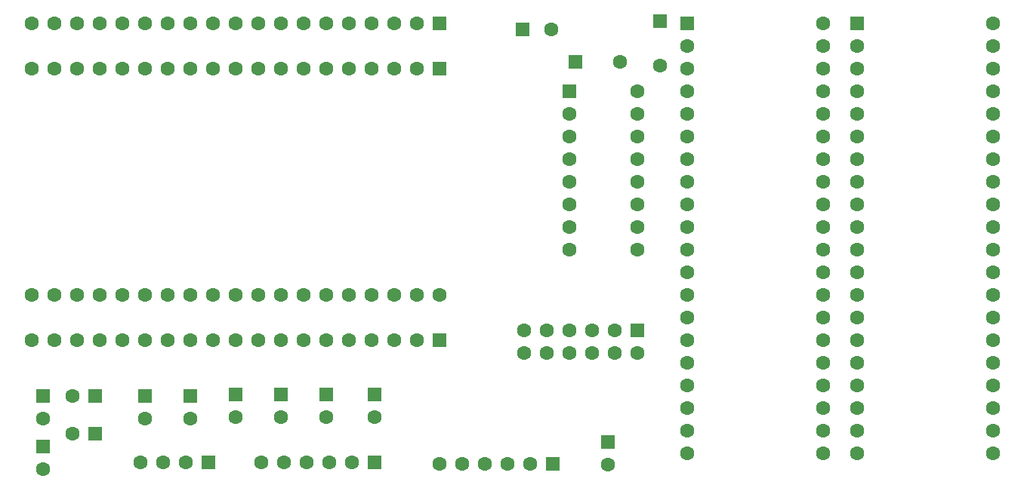
<source format=gbs>
%FSLAX46Y46*%
%MOIN*%
G01*
G75*
%ADD10C,0.063000*%
%AMRECT11*21,1,0.063000,0.063000,0.0,0.0,0.000000*%
%ADD11RECT11*%
%AMRECT12*21,1,0.063000,0.063000,0.0,0.0,-90.000000*%
%ADD12RECT12*%
%AMRECT13*21,1,0.063000,0.063000,0.0,0.0,-180.000000*%
%ADD13RECT13*%
%AMRECT14*21,1,0.063000,0.063000,0.0,0.0,-270.000000*%
%ADD14RECT14*%
D10*
X3587500Y2156250D03*
X2768750Y1656250D03*
X3587500Y1656250D03*
X2768750Y1256250D03*
X3587500Y1756250D03*
X4337500Y256250D03*
X3587500Y956250D03*
X3587500Y856250D03*
X2868750Y1970325D03*
X143750Y187500D03*
X3587500Y556250D03*
X3587500Y2056250D03*
X2768750Y1456250D03*
X993750Y418750D03*
X793750Y412500D03*
X3587500Y256250D03*
X4337500Y1756250D03*
X2768750Y1156250D03*
X4337500Y1856250D03*
X3587500Y356250D03*
X4337500Y2156250D03*
X2768750Y1556250D03*
X4337500Y1456250D03*
X4337500Y2056250D03*
X4337500Y756250D03*
X1606250Y418750D03*
X3587500Y1856250D03*
X143750Y412500D03*
X4337500Y1256250D03*
X4337500Y556250D03*
X2637500Y206250D03*
X1393750Y418750D03*
X4337500Y956250D03*
X4337500Y1556250D03*
X3587500Y1456250D03*
X3587500Y756250D03*
X4337500Y1956250D03*
X3587500Y656250D03*
X3587500Y1056250D03*
X3587500Y1956250D03*
X2768750Y1756250D03*
X3587500Y1556250D03*
X4337500Y456250D03*
X1193750Y418750D03*
X3587500Y1256250D03*
X3587500Y1156250D03*
X2768750Y1856250D03*
X4337500Y656250D03*
X4337500Y1156250D03*
X593750Y412500D03*
X3587500Y456250D03*
X4337500Y1356250D03*
X3587500Y1356250D03*
X4337500Y1056250D03*
X4337500Y1656250D03*
X4337500Y356250D03*
X4337500Y856250D03*
X2768750Y1356250D03*
X93750Y756250D03*
X1193750Y956250D03*
X193750Y756250D03*
X775000Y218750D03*
X193750Y956250D03*
X1593750Y956250D03*
X2568750Y700000D03*
X1293750Y2156250D03*
X793750Y756250D03*
X1793750Y956250D03*
X1093750Y2156250D03*
X593750Y2156250D03*
X493750Y2156250D03*
X2093750Y212500D03*
X2668750Y700000D03*
X1493750Y2156250D03*
X493750Y956250D03*
X93750Y2156250D03*
X1893750Y212500D03*
X275000Y512500D03*
X1506250Y218750D03*
X1293750Y956250D03*
X1793750Y2156250D03*
X1493750Y756250D03*
X1406250Y218750D03*
X593750Y756250D03*
X993750Y2156250D03*
X1206250Y218750D03*
X575000Y218750D03*
X493750Y756250D03*
X293750Y956250D03*
X893750Y956250D03*
X275000Y343750D03*
X693750Y756250D03*
X793750Y956250D03*
X2293750Y212500D03*
X1193750Y2156250D03*
X1306250Y218750D03*
X2468750Y700000D03*
X2768750Y700000D03*
X1393750Y756250D03*
X393750Y756250D03*
X2193750Y212500D03*
X693750Y956250D03*
X1193750Y756250D03*
X675000Y218750D03*
X1593750Y756250D03*
X193750Y2156250D03*
X393750Y2156250D03*
X993750Y756250D03*
X2268750Y700000D03*
X593750Y956250D03*
X1393750Y956250D03*
X1993750Y212500D03*
X1593750Y2156250D03*
X1293750Y756250D03*
X1493750Y956250D03*
X693750Y2156250D03*
X1093750Y756250D03*
X893750Y756250D03*
X1693750Y756250D03*
X1793750Y756250D03*
X393750Y956250D03*
X1393750Y2156250D03*
X1106250Y218750D03*
X1893750Y956250D03*
X293750Y2156250D03*
X93750Y956250D03*
X2368750Y700000D03*
X993750Y956250D03*
X1693750Y956250D03*
X793750Y2156250D03*
X293750Y756250D03*
X1093750Y956250D03*
X1693750Y2156250D03*
X893750Y2156250D03*
X3737500Y556250D03*
X3737500Y1956250D03*
X2987500Y856250D03*
X2468750Y1256250D03*
X3737500Y356250D03*
X2987500Y1856250D03*
X3737500Y1456250D03*
X2987500Y1156250D03*
X3737500Y756250D03*
X2987500Y1756250D03*
X2468750Y1656250D03*
X2987500Y656250D03*
X3737500Y1556250D03*
X3737500Y1656250D03*
X3737500Y1156250D03*
X2468750Y1456250D03*
X3737500Y456250D03*
X3737500Y1056250D03*
X2987500Y456250D03*
X2987500Y1356250D03*
X2987500Y756250D03*
X3737500Y1856250D03*
X3737500Y1756250D03*
X2987500Y956250D03*
X3737500Y856250D03*
X2987500Y1056250D03*
X2987500Y556250D03*
X2987500Y256250D03*
X2987500Y356250D03*
X2987500Y1456250D03*
X3737500Y256250D03*
X2468750Y1356250D03*
X2987500Y1656250D03*
X3737500Y1256250D03*
X3737500Y656250D03*
X2987500Y2056250D03*
X2987500Y1256250D03*
X3737500Y1356250D03*
X2468750Y1156250D03*
X2468750Y1556250D03*
X3737500Y2056250D03*
X2987500Y1556250D03*
X2468750Y1756250D03*
X2987500Y1956250D03*
X3737500Y956250D03*
X2368750Y800000D03*
X293750Y1956250D03*
X1193750Y1956250D03*
X2668750Y800000D03*
X1493750Y1956250D03*
X1793750Y1956250D03*
X1593750Y1956250D03*
X2692175Y1987500D03*
X493750Y1956250D03*
X2268750Y800000D03*
X2387500Y2131250D03*
X93750Y1956250D03*
X2468750Y800000D03*
X693750Y1956250D03*
X1693750Y1956250D03*
X2568750Y800000D03*
X1393750Y1956250D03*
X1293750Y1956250D03*
X593750Y1956250D03*
X993750Y1956250D03*
X1093750Y1956250D03*
X393750Y1956250D03*
X893750Y1956250D03*
X193750Y1956250D03*
X793750Y1956250D03*
D11*
X1193750Y518750D03*
X1393750Y518750D03*
X2637500Y306250D03*
X143750Y512500D03*
X593750Y512500D03*
X993750Y518750D03*
X1606250Y518750D03*
X2868750Y2167175D03*
X793750Y512500D03*
X143750Y287500D03*
D12*
X875000Y218750D03*
X2393750Y212500D03*
X375000Y343750D03*
X375000Y512500D03*
X1606250Y218750D03*
X1893750Y2156250D03*
X1893750Y756250D03*
D13*
X2987500Y2156250D03*
X2468750Y1856250D03*
X3737500Y2156250D03*
D14*
X2495325Y1987500D03*
X1893750Y1956250D03*
X2768750Y800000D03*
X2262500Y2131250D03*
M02*

</source>
